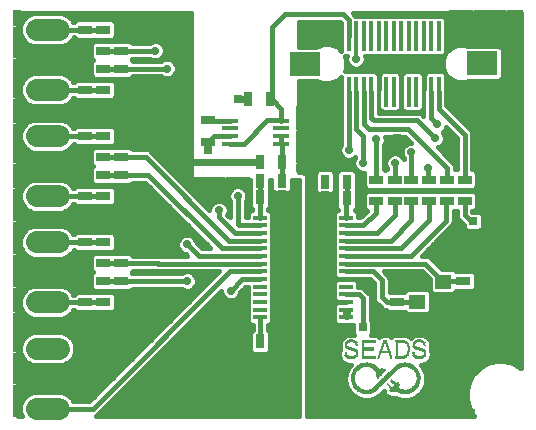
<source format=gtl>
G75*
%MOIN*%
%OFA0B0*%
%FSLAX24Y24*%
%IPPOS*%
%LPD*%
%AMOC8*
5,1,8,0,0,1.08239X$1,22.5*
%
%ADD10R,0.0069X0.0011*%
%ADD11R,0.0080X0.0011*%
%ADD12R,0.0218X0.0011*%
%ADD13R,0.0310X0.0011*%
%ADD14R,0.0380X0.0011*%
%ADD15R,0.0425X0.0012*%
%ADD16R,0.0471X0.0011*%
%ADD17R,0.0517X0.0011*%
%ADD18R,0.0092X0.0011*%
%ADD19R,0.0563X0.0011*%
%ADD20R,0.0161X0.0011*%
%ADD21R,0.0586X0.0011*%
%ADD22R,0.0782X0.0011*%
%ADD23R,0.0816X0.0012*%
%ADD24R,0.0655X0.0011*%
%ADD25R,0.0851X0.0011*%
%ADD26R,0.0678X0.0011*%
%ADD27R,0.0862X0.0011*%
%ADD28R,0.0288X0.0011*%
%ADD29R,0.0448X0.0011*%
%ADD30R,0.0241X0.0011*%
%ADD31R,0.0253X0.0011*%
%ADD32R,0.0391X0.0011*%
%ADD33R,0.0230X0.0012*%
%ADD34R,0.0345X0.0012*%
%ADD35R,0.0207X0.0011*%
%ADD36R,0.0207X0.0011*%
%ADD37R,0.0299X0.0011*%
%ADD38R,0.0195X0.0011*%
%ADD39R,0.0184X0.0011*%
%ADD40R,0.0173X0.0012*%
%ADD41R,0.0195X0.0012*%
%ADD42R,0.0322X0.0012*%
%ADD43R,0.0184X0.0012*%
%ADD44R,0.0173X0.0011*%
%ADD45R,0.0230X0.0011*%
%ADD46R,0.0184X0.0011*%
%ADD47R,0.0092X0.0011*%
%ADD48R,0.0161X0.0012*%
%ADD49R,0.0092X0.0012*%
%ADD50R,0.0149X0.0011*%
%ADD51R,0.0150X0.0011*%
%ADD52R,0.0069X0.0011*%
%ADD53R,0.0046X0.0011*%
%ADD54R,0.0149X0.0012*%
%ADD55R,0.0023X0.0012*%
%ADD56R,0.0138X0.0012*%
%ADD57R,0.0138X0.0011*%
%ADD58R,0.0103X0.0011*%
%ADD59R,0.0057X0.0011*%
%ADD60R,0.0035X0.0011*%
%ADD61R,0.0103X0.0012*%
%ADD62R,0.0011X0.0012*%
%ADD63R,0.0127X0.0012*%
%ADD64R,0.0057X0.0012*%
%ADD65R,0.0127X0.0011*%
%ADD66R,0.0011X0.0011*%
%ADD67R,0.0023X0.0011*%
%ADD68R,0.0092X0.0012*%
%ADD69R,0.0115X0.0011*%
%ADD70R,0.0126X0.0011*%
%ADD71R,0.0126X0.0012*%
%ADD72R,0.0265X0.0011*%
%ADD73R,0.0150X0.0012*%
%ADD74R,0.0276X0.0012*%
%ADD75R,0.0322X0.0011*%
%ADD76R,0.0345X0.0011*%
%ADD77R,0.0368X0.0011*%
%ADD78R,0.0368X0.0012*%
%ADD79R,0.0379X0.0011*%
%ADD80R,0.0207X0.0012*%
%ADD81R,0.0207X0.0012*%
%ADD82R,0.0678X0.0012*%
%ADD83R,0.0621X0.0011*%
%ADD84R,0.0552X0.0011*%
%ADD85R,0.0552X0.0011*%
%ADD86R,0.0517X0.0012*%
%ADD87R,0.0425X0.0011*%
%ADD88R,0.0218X0.0012*%
%ADD89R,0.0437X0.0011*%
%ADD90R,0.0437X0.0012*%
%ADD91R,0.0080X0.0012*%
%ADD92R,0.0333X0.0012*%
%ADD93R,0.0356X0.0011*%
%ADD94R,0.0403X0.0011*%
%ADD95R,0.0115X0.0012*%
%ADD96R,0.0069X0.0012*%
%ADD97R,0.0391X0.0012*%
%ADD98R,0.0264X0.0011*%
%ADD99R,0.0288X0.0012*%
%ADD100R,0.0403X0.0012*%
%ADD101R,0.0299X0.0011*%
%ADD102R,0.0276X0.0011*%
%ADD103R,0.0069X0.0012*%
%ADD104R,0.0414X0.0011*%
%ADD105R,0.0333X0.0011*%
%ADD106R,0.0322X0.0011*%
%ADD107R,0.0454X0.0157*%
%ADD108R,0.0315X0.0472*%
%ADD109R,0.0472X0.0315*%
%ADD110C,0.0740*%
%ADD111R,0.0540X0.0180*%
%ADD112R,0.0551X0.0472*%
%ADD113R,0.0138X0.0984*%
%ADD114R,0.0984X0.0787*%
%ADD115C,0.0160*%
%ADD116C,0.0280*%
%ADD117R,0.0280X0.0280*%
%ADD118C,0.0240*%
%ADD119C,0.0120*%
%ADD120C,0.0010*%
D10*
X011922Y002744D03*
X012290Y003009D03*
X013187Y003043D03*
X013279Y003055D03*
X013302Y002986D03*
X013313Y002951D03*
X013325Y002917D03*
X014187Y002744D03*
X014187Y002710D03*
X012612Y001364D03*
D11*
X012997Y001916D03*
X013480Y001801D03*
X013653Y001721D03*
X013906Y001364D03*
X013009Y002549D03*
X013020Y002572D03*
X013020Y002583D03*
X013032Y002606D03*
X013043Y002641D03*
X013043Y002652D03*
X013055Y002664D03*
X013055Y002687D03*
X013066Y002698D03*
X013066Y002710D03*
X013101Y002802D03*
X013101Y002813D03*
X013112Y002825D03*
X013112Y002836D03*
X013124Y002859D03*
X013124Y002871D03*
X013124Y002882D03*
X013135Y002894D03*
X013147Y002917D03*
X013147Y002928D03*
X013147Y002940D03*
X013158Y002951D03*
X013158Y002974D03*
X013170Y002986D03*
X013170Y002997D03*
X013170Y003009D03*
X013181Y003032D03*
X013193Y003055D03*
X013285Y003043D03*
X013285Y003032D03*
X013296Y003009D03*
X013296Y002997D03*
X013308Y002974D03*
X013319Y002940D03*
X013319Y002928D03*
X013331Y002894D03*
X013342Y002882D03*
X013342Y002871D03*
X013342Y002859D03*
X013354Y002836D03*
X013354Y002825D03*
X013365Y002813D03*
X013365Y002802D03*
X013388Y002721D03*
X013400Y002710D03*
X013400Y002698D03*
X013400Y002687D03*
X013411Y002664D03*
X013423Y002641D03*
X013423Y002629D03*
X013434Y002606D03*
X013434Y002595D03*
X013446Y002572D03*
X013618Y002629D03*
X013618Y002641D03*
X013618Y002652D03*
X013618Y002664D03*
X013618Y002687D03*
X013618Y002698D03*
X013618Y002710D03*
X013618Y002721D03*
X013618Y002744D03*
X013618Y002756D03*
X013618Y002767D03*
X013618Y002779D03*
X013618Y002802D03*
X013618Y002813D03*
X013618Y002825D03*
X013618Y002836D03*
X013618Y002859D03*
X013618Y002871D03*
X013618Y002882D03*
X013618Y002894D03*
X013618Y002917D03*
X013618Y002928D03*
X013618Y002940D03*
X013618Y002951D03*
X013618Y002974D03*
X013618Y002986D03*
X013618Y002997D03*
X013618Y003009D03*
X013618Y003032D03*
X013618Y003043D03*
X013618Y003055D03*
X013618Y003066D03*
X013998Y002997D03*
X014009Y002974D03*
X014021Y002928D03*
X014021Y002917D03*
X014021Y002894D03*
X014021Y002882D03*
X014021Y002871D03*
X014021Y002859D03*
X014021Y002836D03*
X014021Y002825D03*
X014021Y002813D03*
X014021Y002802D03*
X014021Y002779D03*
X014009Y002756D03*
X014009Y002744D03*
X013998Y002721D03*
X013998Y002710D03*
X013986Y002687D03*
X014182Y002721D03*
X014193Y002698D03*
X014193Y002687D03*
X014205Y002986D03*
X014205Y002997D03*
X014205Y003009D03*
X014216Y003032D03*
X014216Y003043D03*
X014538Y003055D03*
X014550Y003032D03*
X014550Y003009D03*
X014550Y002997D03*
X014561Y002756D03*
X014561Y002744D03*
X014561Y002687D03*
X014561Y002664D03*
X013239Y003158D03*
X012514Y003066D03*
X012514Y003055D03*
X012514Y003043D03*
X012514Y003032D03*
X012514Y003009D03*
X012514Y002997D03*
X012514Y002986D03*
X012514Y002974D03*
X012514Y002951D03*
X012514Y002940D03*
X012514Y002928D03*
X012514Y002917D03*
X012514Y002813D03*
X012514Y002802D03*
X012514Y002779D03*
X012514Y002767D03*
X012514Y002756D03*
X012514Y002744D03*
X012514Y002721D03*
X012514Y002710D03*
X012514Y002698D03*
X012514Y002687D03*
X012514Y002664D03*
X012514Y002652D03*
X012514Y002641D03*
X012514Y002629D03*
X012307Y002687D03*
X012307Y002698D03*
X012307Y002710D03*
X012307Y002721D03*
X012296Y002664D03*
X012296Y002986D03*
X012296Y002997D03*
X012284Y003032D03*
X011951Y003032D03*
X011951Y003043D03*
X011951Y003009D03*
X011928Y002721D03*
X011928Y002710D03*
X011928Y002698D03*
X011928Y002687D03*
X011939Y002664D03*
D12*
X012043Y002894D03*
X012342Y002227D03*
X012894Y002227D03*
X013043Y002031D03*
X012894Y001537D03*
X012618Y001376D03*
X012342Y001537D03*
X013607Y001606D03*
X013906Y001376D03*
X014182Y001537D03*
X014182Y002227D03*
X014377Y002549D03*
X014308Y002894D03*
X013630Y002227D03*
D13*
X013906Y002376D03*
X014377Y002572D03*
X014377Y003124D03*
X013549Y001571D03*
X013584Y001537D03*
X013906Y001387D03*
X012618Y001387D03*
D14*
X012618Y001399D03*
X013906Y001399D03*
X013768Y002583D03*
X013768Y003112D03*
D15*
X013906Y001410D03*
X012618Y001410D03*
D16*
X012618Y001422D03*
X012618Y002342D03*
X013906Y002342D03*
X013906Y001422D03*
D17*
X013906Y001433D03*
X012618Y001433D03*
D18*
X013348Y001663D03*
X013359Y001652D03*
X013394Y001617D03*
X013405Y001606D03*
X013417Y001594D03*
X013520Y001433D03*
X013451Y002549D03*
X013417Y002652D03*
X013072Y002721D03*
X013233Y003147D03*
X013980Y003032D03*
X013992Y003009D03*
X014210Y002974D03*
X014222Y003055D03*
X014544Y003043D03*
X014555Y002767D03*
X014567Y002721D03*
X014567Y002710D03*
X014567Y002698D03*
X014555Y002652D03*
X014544Y002641D03*
X014210Y002652D03*
X014199Y002664D03*
X013992Y002698D03*
X013969Y002664D03*
X012301Y002744D03*
X012301Y002756D03*
X012267Y003066D03*
X011968Y003066D03*
X011956Y003055D03*
X011956Y002951D03*
D19*
X012618Y001445D03*
X013906Y001445D03*
D20*
X013624Y001675D03*
X013520Y001445D03*
X013014Y001974D03*
X012255Y002146D03*
X012244Y002135D03*
X012232Y002123D03*
X012232Y002112D03*
X012221Y001663D03*
X012232Y001652D03*
X012244Y001629D03*
X012255Y001617D03*
X012232Y002606D03*
X012002Y002606D03*
X013233Y003066D03*
X014268Y002606D03*
X014268Y002146D03*
X014279Y002135D03*
X014279Y002123D03*
X014291Y002112D03*
X014302Y002089D03*
X014291Y001652D03*
X014279Y001629D03*
X014268Y001617D03*
D21*
X013906Y002307D03*
X012618Y002307D03*
X012618Y001456D03*
D22*
X013808Y001456D03*
D23*
X013802Y001468D03*
D24*
X013906Y002284D03*
X012618Y002284D03*
X012618Y001479D03*
D25*
X013808Y001479D03*
D26*
X012618Y001491D03*
D27*
X013814Y001491D03*
D28*
X014113Y001502D03*
X013699Y002261D03*
X012825Y001502D03*
X012411Y001502D03*
X012411Y002261D03*
X012123Y002859D03*
X012100Y002871D03*
D29*
X013618Y001502D03*
D30*
X013066Y002066D03*
X012376Y001514D03*
X014377Y003147D03*
D31*
X014337Y002882D03*
X014141Y002250D03*
X013670Y002250D03*
X013072Y002077D03*
X012853Y002250D03*
X012382Y002250D03*
X012853Y001514D03*
X014141Y001514D03*
X012071Y002882D03*
X012117Y003147D03*
D32*
X013233Y002744D03*
X013773Y002595D03*
X013773Y003101D03*
X013601Y001514D03*
D33*
X014164Y001525D03*
X013049Y002043D03*
X012876Y001525D03*
X012359Y001525D03*
D34*
X013589Y001525D03*
X013233Y002790D03*
X013750Y003135D03*
D35*
X014199Y001548D03*
X012324Y001548D03*
D36*
X012911Y001548D03*
X013037Y002020D03*
X012922Y002204D03*
X013612Y001617D03*
D37*
X013555Y001560D03*
X013566Y001548D03*
X013083Y002112D03*
X012819Y002261D03*
X012612Y002376D03*
X013727Y002549D03*
X014107Y002261D03*
D38*
X014216Y002204D03*
X013595Y002204D03*
X013584Y002192D03*
X013457Y002077D03*
X013446Y002066D03*
X013434Y002054D03*
X013411Y002031D03*
X013400Y002020D03*
X013388Y002008D03*
X013377Y001997D03*
X013354Y001974D03*
X013342Y001962D03*
X013331Y001951D03*
X013319Y001939D03*
X013296Y001916D03*
X013285Y001905D03*
X013273Y001893D03*
X013262Y001882D03*
X013239Y001859D03*
X013227Y001847D03*
X013216Y001836D03*
X013204Y001824D03*
X013181Y001801D03*
X012940Y001571D03*
X012928Y001560D03*
X013032Y002008D03*
X012940Y002192D03*
X012307Y002204D03*
X012296Y002192D03*
X012296Y001571D03*
X012307Y001560D03*
X013618Y001629D03*
X014216Y001560D03*
X014377Y003158D03*
X012112Y003158D03*
D39*
X012232Y002813D03*
X013026Y001997D03*
X013164Y001790D03*
X013152Y001778D03*
X013141Y001767D03*
X013106Y001732D03*
X013095Y001721D03*
X013083Y001709D03*
X013049Y001675D03*
X013037Y001663D03*
X013026Y001652D03*
X012991Y001617D03*
X012980Y001606D03*
X012968Y001594D03*
X013601Y001709D03*
X013474Y002089D03*
X013497Y002112D03*
X013509Y002123D03*
X013532Y002146D03*
X013555Y002169D03*
X013566Y002181D03*
X014222Y002192D03*
X014233Y002181D03*
X014222Y001571D03*
D40*
X013607Y001698D03*
X013020Y001985D03*
X012261Y002158D03*
X012284Y001583D03*
D41*
X012951Y001583D03*
X013193Y001813D03*
X013250Y001870D03*
X013308Y001928D03*
X013365Y001985D03*
X013423Y002043D03*
D42*
X013543Y001583D03*
D43*
X013624Y001640D03*
X013129Y001755D03*
X013072Y001698D03*
X013014Y001640D03*
X013486Y002100D03*
X013543Y002158D03*
X014233Y001583D03*
X014279Y002905D03*
X012014Y002905D03*
D44*
X012284Y002181D03*
X012273Y002169D03*
X012261Y001606D03*
X012273Y001594D03*
X013618Y001686D03*
X013630Y001652D03*
X014251Y001594D03*
X014262Y001606D03*
X014251Y002169D03*
X014492Y002606D03*
X014492Y002813D03*
D45*
X014463Y002825D03*
X014164Y002238D03*
X013647Y002238D03*
X013060Y002054D03*
X012876Y002238D03*
X012359Y002238D03*
X012117Y002549D03*
X012198Y002825D03*
X013601Y001594D03*
D46*
X013118Y001744D03*
X013060Y001686D03*
X013003Y001629D03*
X013520Y002135D03*
D47*
X013440Y002583D03*
X013037Y002629D03*
X013026Y002595D03*
X012290Y002652D03*
X012290Y002767D03*
X012278Y003043D03*
X012278Y003055D03*
X011945Y002997D03*
X011945Y002986D03*
X011945Y002974D03*
X011945Y002652D03*
X013382Y001629D03*
X014015Y002767D03*
X014015Y002940D03*
X014015Y002951D03*
X014003Y002986D03*
X014233Y003066D03*
X014532Y003066D03*
D48*
X013911Y002618D03*
X014256Y002158D03*
X014279Y001640D03*
X012232Y001640D03*
D49*
X013371Y001640D03*
X013428Y002618D03*
X011933Y002675D03*
D50*
X012204Y002066D03*
X012192Y002031D03*
X013630Y001663D03*
X014320Y001709D03*
X014320Y002054D03*
X014377Y002537D03*
D51*
X014251Y002917D03*
X014308Y002077D03*
X014308Y001686D03*
X014308Y001675D03*
X014297Y001663D03*
X012215Y001675D03*
X012215Y001686D03*
X012215Y002077D03*
X012215Y002089D03*
X012112Y002537D03*
X011997Y002917D03*
D52*
X013348Y001675D03*
X014555Y002986D03*
D53*
X013348Y001686D03*
X012991Y001893D03*
D54*
X012204Y001698D03*
X013239Y003078D03*
D55*
X013348Y001698D03*
D56*
X014314Y001698D03*
X014337Y001755D03*
X014348Y001813D03*
X014325Y002043D03*
X012198Y002043D03*
X012175Y001985D03*
X012163Y001928D03*
X012163Y001870D03*
X012186Y001755D03*
D57*
X012186Y001744D03*
X012186Y001732D03*
X012198Y001721D03*
X012198Y001709D03*
X012175Y001767D03*
X012175Y001778D03*
X012175Y001790D03*
X012175Y001801D03*
X012163Y001836D03*
X012163Y001847D03*
X012163Y001859D03*
X012163Y001882D03*
X012163Y001893D03*
X012163Y001905D03*
X012163Y001916D03*
X012175Y001962D03*
X012175Y001974D03*
X012175Y001997D03*
X012186Y002008D03*
X012186Y002020D03*
X012198Y002054D03*
X013014Y001962D03*
X013129Y002192D03*
X012255Y002802D03*
X013233Y003089D03*
X013233Y003101D03*
X014521Y002802D03*
X014314Y002066D03*
X014325Y002031D03*
X014337Y002020D03*
X014337Y002008D03*
X014337Y001997D03*
X014348Y001974D03*
X014348Y001962D03*
X014348Y001951D03*
X014348Y001939D03*
X014348Y001824D03*
X014348Y001801D03*
X014348Y001790D03*
X014348Y001778D03*
X014337Y001767D03*
X014337Y001744D03*
X014325Y001732D03*
X014325Y001721D03*
D58*
X013549Y001721D03*
X013538Y001732D03*
X013526Y001744D03*
X013503Y001767D03*
X013492Y001778D03*
X013480Y001790D03*
X013952Y002641D03*
X013963Y002652D03*
X014216Y002641D03*
X014228Y002629D03*
X014538Y002629D03*
X014550Y002779D03*
X014228Y002940D03*
X014216Y002951D03*
X014251Y003089D03*
X013975Y003043D03*
X013963Y003055D03*
X012284Y002779D03*
X012284Y002641D03*
X012273Y002629D03*
X011962Y002629D03*
X011951Y002641D03*
X011962Y002940D03*
D59*
X013135Y002204D03*
X012997Y001905D03*
X013653Y001732D03*
D60*
X013653Y001744D03*
X013480Y001824D03*
X013906Y002399D03*
X012618Y002399D03*
D61*
X012261Y003078D03*
X011974Y003078D03*
X013515Y001755D03*
X014239Y003078D03*
D62*
X013653Y001755D03*
D63*
X014354Y001870D03*
X014354Y001928D03*
X014239Y002618D03*
X012169Y001813D03*
D64*
X013480Y001813D03*
D65*
X014354Y001836D03*
X014354Y001847D03*
X014354Y001859D03*
X014354Y001882D03*
X014354Y001893D03*
X014354Y001905D03*
X014354Y001916D03*
X012169Y001939D03*
X012169Y001951D03*
X012169Y001824D03*
X012112Y003170D03*
D66*
X013480Y001836D03*
D67*
X012991Y001882D03*
D68*
X013003Y001928D03*
X013014Y002560D03*
X013980Y002675D03*
X014210Y002963D03*
X013992Y003020D03*
X014567Y002733D03*
D69*
X014233Y002928D03*
X013946Y003066D03*
X013233Y003124D03*
X012244Y003089D03*
X011991Y003089D03*
X013003Y001939D03*
D70*
X013009Y001951D03*
X013940Y002629D03*
X014504Y003089D03*
X014377Y003170D03*
X013239Y003112D03*
X011974Y002928D03*
D71*
X012261Y002618D03*
X013929Y003078D03*
X014343Y001985D03*
D72*
X013078Y002089D03*
X012169Y002836D03*
X013710Y003158D03*
D73*
X014297Y002100D03*
X012227Y002100D03*
D74*
X012117Y002560D03*
X013083Y002100D03*
X014383Y002560D03*
X014406Y002848D03*
D75*
X013083Y002123D03*
X012117Y002572D03*
X012117Y003124D03*
D76*
X012117Y003112D03*
X012117Y002583D03*
X013083Y002135D03*
X014383Y002583D03*
D77*
X014383Y002595D03*
X013900Y002365D03*
X013233Y002767D03*
X013233Y002779D03*
X013762Y003124D03*
X013037Y002181D03*
X013083Y002146D03*
X012612Y002365D03*
X012117Y002595D03*
D78*
X013072Y002158D03*
D79*
X013055Y002169D03*
X013227Y002756D03*
D80*
X012324Y002215D03*
X014199Y002215D03*
D81*
X013612Y002215D03*
X012911Y002215D03*
D82*
X012618Y002273D03*
X013906Y002273D03*
D83*
X013900Y002296D03*
X012612Y002296D03*
D84*
X012612Y002319D03*
D85*
X013900Y002319D03*
D86*
X013906Y002330D03*
X012618Y002330D03*
D87*
X012618Y002353D03*
X012687Y003158D03*
X013906Y002353D03*
D88*
X013906Y002388D03*
X012618Y002388D03*
D89*
X012692Y002549D03*
X012692Y002572D03*
X012692Y002583D03*
X012692Y002595D03*
X012692Y002606D03*
X012692Y003089D03*
X012692Y003101D03*
X012692Y003112D03*
X012692Y003124D03*
X012692Y003147D03*
D90*
X012692Y003135D03*
X012692Y002560D03*
D91*
X012514Y002618D03*
X012514Y002675D03*
X012514Y002733D03*
X012514Y002790D03*
X012514Y002905D03*
X012514Y002963D03*
X012514Y003020D03*
X012514Y003078D03*
X012284Y003020D03*
X012307Y002733D03*
X012296Y002675D03*
X011951Y002963D03*
X011951Y003020D03*
X013032Y002618D03*
X013055Y002675D03*
X013112Y002848D03*
X013135Y002905D03*
X013158Y002963D03*
X013181Y003020D03*
X013308Y002963D03*
X013331Y002905D03*
X013354Y002848D03*
X013411Y002675D03*
X013446Y002560D03*
X013618Y002618D03*
X013618Y002675D03*
X013618Y002733D03*
X013618Y002790D03*
X013618Y002848D03*
X013618Y002905D03*
X013618Y002963D03*
X013618Y003020D03*
X013618Y003078D03*
X014009Y002963D03*
X014021Y002905D03*
X014021Y002848D03*
X014021Y002790D03*
X014009Y002733D03*
X014182Y002733D03*
X014193Y002675D03*
X014561Y002675D03*
X014550Y003020D03*
X014205Y003020D03*
D92*
X013745Y002560D03*
D93*
X013756Y002572D03*
X014377Y003101D03*
X012123Y003101D03*
D94*
X012675Y002894D03*
X012675Y002882D03*
X012675Y002871D03*
X012675Y002859D03*
X012675Y002836D03*
X012675Y002825D03*
X013779Y002606D03*
D95*
X013233Y003135D03*
X012278Y002790D03*
X011979Y002618D03*
X014521Y002618D03*
X014532Y002790D03*
X014521Y003078D03*
D96*
X011922Y002733D03*
D97*
X013233Y002733D03*
D98*
X014435Y002836D03*
D99*
X014377Y003135D03*
X012146Y002848D03*
X012112Y003135D03*
D100*
X012675Y002848D03*
D101*
X014383Y002859D03*
D102*
X014360Y002871D03*
D103*
X013290Y003020D03*
D104*
X013785Y003089D03*
D105*
X014377Y003112D03*
D106*
X013739Y003147D03*
D107*
X011940Y003930D03*
X011940Y004186D03*
X011940Y004442D03*
X011940Y004698D03*
X011940Y004954D03*
X011940Y005210D03*
X011940Y005465D03*
X011940Y005721D03*
X011940Y005977D03*
X011940Y006233D03*
X011940Y006489D03*
X011940Y006745D03*
X011940Y007001D03*
X011940Y007257D03*
X009066Y007257D03*
X009066Y007001D03*
X009066Y006745D03*
X009066Y006489D03*
X009066Y006233D03*
X009066Y005977D03*
X009066Y005721D03*
X009066Y005465D03*
X009066Y005210D03*
X009066Y004954D03*
X009066Y004698D03*
X009066Y004442D03*
X009066Y004186D03*
X009066Y003930D03*
D108*
X009078Y003133D03*
X009786Y003133D03*
X010141Y001834D03*
X010849Y001834D03*
X011243Y007897D03*
X011243Y008448D03*
X011952Y008448D03*
X011952Y007897D03*
X009786Y007936D03*
X009786Y008487D03*
X009786Y009117D03*
X009078Y009117D03*
X009078Y008487D03*
X009078Y007936D03*
X009393Y011204D03*
X008684Y011204D03*
D109*
X007345Y010495D03*
X007345Y009786D03*
X004432Y009983D03*
X003841Y009983D03*
X003251Y009983D03*
X003251Y009274D03*
X003841Y009274D03*
X003841Y008684D03*
X003251Y008684D03*
X003251Y007975D03*
X003841Y007975D03*
X004432Y007975D03*
X004432Y008684D03*
X004432Y009274D03*
X004432Y011519D03*
X003841Y011519D03*
X003251Y011519D03*
X003251Y012227D03*
X003841Y012227D03*
X003841Y012818D03*
X003251Y012818D03*
X003251Y013526D03*
X003841Y013526D03*
X004432Y013526D03*
X004432Y012818D03*
X004432Y012227D03*
X004432Y006440D03*
X003841Y006440D03*
X003251Y006440D03*
X003251Y005731D03*
X003251Y005141D03*
X003841Y005141D03*
X003841Y005731D03*
X004432Y005731D03*
X004432Y005141D03*
X004432Y004432D03*
X003841Y004432D03*
X003251Y004432D03*
X012936Y007818D03*
X013566Y007818D03*
X014117Y007818D03*
X014708Y007818D03*
X015298Y007818D03*
X015889Y007818D03*
X015889Y008526D03*
X015298Y008526D03*
X014708Y008526D03*
X014117Y008526D03*
X013566Y008526D03*
X012936Y008526D03*
X013641Y005157D03*
X013641Y004449D03*
X015849Y004426D03*
X015849Y005134D03*
D110*
X002361Y005432D02*
X001621Y005432D01*
X001621Y004432D02*
X002361Y004432D01*
X002361Y002889D02*
X001621Y002889D01*
X001621Y001889D02*
X002361Y001889D01*
X002361Y000889D02*
X001621Y000889D01*
X001621Y006432D02*
X002361Y006432D01*
X002361Y007975D02*
X001621Y007975D01*
X001621Y008975D02*
X002361Y008975D01*
X002361Y009975D02*
X001621Y009975D01*
X001621Y011519D02*
X002361Y011519D01*
X002361Y012519D02*
X001621Y012519D01*
X001621Y013519D02*
X002361Y013519D01*
D111*
X008060Y010481D03*
X008060Y010231D03*
X008060Y009971D03*
X008060Y009721D03*
X009780Y009721D03*
X009780Y009971D03*
X009780Y010231D03*
X009780Y010481D03*
D112*
X014312Y005126D03*
X014312Y004457D03*
X015178Y004457D03*
X015178Y005126D03*
D113*
X015276Y011460D03*
X015026Y011460D03*
X014776Y011460D03*
X014526Y011460D03*
X014276Y011460D03*
X014026Y011460D03*
X013776Y011460D03*
X013526Y011460D03*
X013276Y011460D03*
X013026Y011460D03*
X012776Y011460D03*
X012526Y011460D03*
X012276Y011460D03*
X012026Y011460D03*
X011776Y011460D03*
X011776Y013310D03*
X012026Y013310D03*
X012276Y013310D03*
X012526Y013310D03*
X012776Y013310D03*
X013026Y013310D03*
X013276Y013310D03*
X013526Y013310D03*
X013776Y013310D03*
X014026Y013310D03*
X014276Y013310D03*
X014526Y013310D03*
X014776Y013310D03*
X015026Y013310D03*
X015276Y013310D03*
D114*
X016484Y012395D03*
X010569Y012385D03*
D115*
X001014Y014070D02*
X001014Y000660D01*
X001120Y000660D01*
X001071Y000779D01*
X001071Y000998D01*
X001155Y001200D01*
X001309Y001355D01*
X001512Y001439D01*
X002470Y001439D01*
X002673Y001355D01*
X002827Y001200D01*
X002849Y001149D01*
X003379Y001149D01*
X007692Y005461D01*
X005611Y005461D01*
X005587Y005471D01*
X004820Y005471D01*
X004785Y005436D01*
X004820Y005401D01*
X006444Y005401D01*
X006455Y005412D01*
X006573Y005461D01*
X006700Y005461D01*
X006818Y005412D01*
X006908Y005322D01*
X006957Y005204D01*
X006957Y005077D01*
X006908Y004959D01*
X006818Y004869D01*
X006700Y004821D01*
X006573Y004821D01*
X006455Y004869D01*
X006444Y004881D01*
X004820Y004881D01*
X004743Y004803D01*
X003531Y004803D01*
X003425Y004909D01*
X003425Y005373D01*
X003488Y005436D01*
X003425Y005499D01*
X003425Y005963D01*
X003531Y006069D01*
X004743Y006069D01*
X004820Y005991D01*
X005704Y005991D01*
X005728Y005981D01*
X006649Y005981D01*
X006589Y006041D01*
X006573Y006041D01*
X006455Y006090D01*
X006365Y006180D01*
X006317Y006297D01*
X006317Y006425D01*
X006365Y006542D01*
X006455Y006632D01*
X006573Y006681D01*
X006700Y006681D01*
X006818Y006632D01*
X006908Y006542D01*
X006957Y006425D01*
X006957Y006409D01*
X007128Y006237D01*
X007416Y006237D01*
X005230Y008424D01*
X004820Y008424D01*
X004743Y008346D01*
X003531Y008346D01*
X003425Y008452D01*
X003425Y008916D01*
X003488Y008979D01*
X003425Y009042D01*
X003425Y009507D01*
X003531Y009612D01*
X004743Y009612D01*
X004820Y009534D01*
X005310Y009534D01*
X005406Y009495D01*
X005479Y009422D01*
X007380Y007521D01*
X007380Y007566D01*
X007428Y007684D01*
X007518Y007774D01*
X007636Y007823D01*
X007763Y007823D01*
X007881Y007774D01*
X007971Y007684D01*
X008020Y007566D01*
X008020Y007439D01*
X007983Y007351D01*
X008070Y007264D01*
X008070Y007783D01*
X008058Y007794D01*
X008010Y007912D01*
X008010Y008039D01*
X008058Y008157D01*
X008148Y008247D01*
X008266Y008295D01*
X008393Y008295D01*
X008511Y008247D01*
X008601Y008157D01*
X008650Y008039D01*
X008650Y007912D01*
X008601Y007794D01*
X008590Y007783D01*
X008590Y007261D01*
X008659Y007261D01*
X008659Y007410D01*
X008764Y007516D01*
X008806Y007516D01*
X008806Y007559D01*
X008740Y007625D01*
X008740Y008526D01*
X006755Y008526D01*
X006755Y014070D01*
X001014Y014070D01*
X001014Y013970D02*
X001294Y013970D01*
X001309Y013985D02*
X001155Y013830D01*
X001071Y013628D01*
X001071Y013409D01*
X001155Y013207D01*
X001309Y013052D01*
X001512Y012969D01*
X002470Y012969D01*
X002673Y013052D01*
X002827Y013207D01*
X002852Y013266D01*
X002863Y013266D01*
X002940Y013189D01*
X004152Y013189D01*
X004258Y013294D01*
X004258Y013758D01*
X004152Y013864D01*
X002940Y013864D01*
X002863Y013786D01*
X002845Y013786D01*
X002827Y013830D01*
X002673Y013985D01*
X002470Y014069D01*
X001512Y014069D01*
X001309Y013985D01*
X001147Y013811D02*
X001014Y013811D01*
X001014Y013653D02*
X001081Y013653D01*
X001071Y013494D02*
X001014Y013494D01*
X000967Y013487D02*
X000967Y013251D01*
X001014Y013177D02*
X001185Y013177D01*
X001102Y013336D02*
X001014Y013336D01*
X001014Y013019D02*
X001391Y013019D01*
X001014Y012860D02*
X003425Y012860D01*
X003425Y012702D02*
X001014Y012702D01*
X000967Y012700D02*
X000967Y012975D01*
X001014Y012543D02*
X003468Y012543D01*
X003488Y012523D02*
X003425Y012586D01*
X003425Y013050D01*
X003531Y013155D01*
X004743Y013155D01*
X004820Y013078D01*
X005381Y013078D01*
X005392Y013089D01*
X005510Y013138D01*
X005637Y013138D01*
X005755Y013089D01*
X005845Y012999D01*
X005894Y012881D01*
X005894Y012754D01*
X005845Y012637D01*
X005755Y012547D01*
X005637Y012498D01*
X005510Y012498D01*
X005392Y012547D01*
X005381Y012558D01*
X004820Y012558D01*
X004785Y012523D01*
X004820Y012487D01*
X005775Y012487D01*
X005786Y012499D01*
X005904Y012547D01*
X006031Y012547D01*
X006149Y012499D01*
X006239Y012409D01*
X006287Y012291D01*
X006287Y012164D01*
X006239Y012046D01*
X006149Y011956D01*
X006031Y011907D01*
X005904Y011907D01*
X005786Y011956D01*
X005775Y011967D01*
X004820Y011967D01*
X004743Y011890D01*
X003531Y011890D01*
X003425Y011995D01*
X003425Y012459D01*
X003488Y012523D01*
X003425Y012385D02*
X001014Y012385D01*
X000967Y012424D02*
X000967Y012149D01*
X001014Y012226D02*
X003425Y012226D01*
X003425Y012068D02*
X002473Y012068D01*
X002470Y012069D02*
X001512Y012069D01*
X001309Y011985D01*
X001155Y011830D01*
X001071Y011628D01*
X001071Y011409D01*
X001155Y011207D01*
X001309Y011052D01*
X001512Y010969D01*
X002470Y010969D01*
X002673Y011052D01*
X002827Y011207D01*
X002849Y011259D01*
X002863Y011259D01*
X002940Y011181D01*
X004152Y011181D01*
X004258Y011287D01*
X004258Y011751D01*
X004152Y011856D01*
X002940Y011856D01*
X002863Y011779D01*
X002849Y011779D01*
X002827Y011830D01*
X002673Y011985D01*
X002470Y012069D01*
X002748Y011909D02*
X003511Y011909D01*
X003251Y011519D02*
X001991Y011519D01*
X001509Y012068D02*
X001014Y012068D01*
X001014Y011909D02*
X001234Y011909D01*
X001122Y011751D02*
X001014Y011751D01*
X001014Y011592D02*
X001071Y011592D01*
X000967Y011597D02*
X000967Y011361D01*
X000967Y011086D01*
X001014Y011117D02*
X001245Y011117D01*
X001127Y011275D02*
X001014Y011275D01*
X001014Y011434D02*
X001071Y011434D01*
X001014Y010958D02*
X006755Y010958D01*
X006755Y010800D02*
X001014Y010800D01*
X001014Y010641D02*
X006755Y010641D01*
X006755Y010483D02*
X002574Y010483D01*
X002673Y010442D02*
X002470Y010525D01*
X001512Y010525D01*
X001309Y010442D01*
X001155Y010287D01*
X001071Y010085D01*
X001071Y009866D01*
X001155Y009664D01*
X001309Y009509D01*
X001512Y009425D01*
X002470Y009425D01*
X002673Y009509D01*
X002827Y009664D01*
X002852Y009723D01*
X002863Y009723D01*
X002940Y009646D01*
X004152Y009646D01*
X004258Y009751D01*
X004258Y010215D01*
X004152Y010321D01*
X002940Y010321D01*
X002863Y010243D01*
X002845Y010243D01*
X002827Y010287D01*
X002673Y010442D01*
X002790Y010324D02*
X006755Y010324D01*
X006755Y010166D02*
X004258Y010166D01*
X004258Y010007D02*
X006755Y010007D01*
X006755Y009849D02*
X004258Y009849D01*
X004197Y009690D02*
X006755Y009690D01*
X006755Y009532D02*
X005318Y009532D01*
X005528Y009373D02*
X006755Y009373D01*
X006755Y009215D02*
X005686Y009215D01*
X005845Y009056D02*
X006755Y009056D01*
X006794Y009117D02*
X006400Y009511D01*
X006400Y010574D01*
X006755Y011117D02*
X002737Y011117D01*
X003251Y011519D02*
X003841Y011519D01*
X004258Y011592D02*
X006755Y011592D01*
X006755Y011434D02*
X004258Y011434D01*
X004246Y011275D02*
X006755Y011275D01*
X006755Y011751D02*
X004258Y011751D01*
X004762Y011909D02*
X005899Y011909D01*
X006035Y011909D02*
X006755Y011909D01*
X006755Y012068D02*
X006248Y012068D01*
X006287Y012226D02*
X006755Y012226D01*
X006755Y012385D02*
X006249Y012385D01*
X006041Y012543D02*
X006755Y012543D01*
X006755Y012702D02*
X005872Y012702D01*
X005894Y012860D02*
X006755Y012860D01*
X006755Y013019D02*
X005826Y013019D01*
X005574Y012818D02*
X004432Y012818D01*
X003841Y012818D01*
X003425Y013019D02*
X002591Y013019D01*
X002797Y013177D02*
X006755Y013177D01*
X006755Y013336D02*
X004258Y013336D01*
X004258Y013494D02*
X006755Y013494D01*
X006755Y013653D02*
X004258Y013653D01*
X004205Y013811D02*
X006755Y013811D01*
X006755Y013970D02*
X002688Y013970D01*
X002835Y013811D02*
X002887Y013811D01*
X003251Y013526D02*
X001999Y013526D01*
X001991Y013519D01*
X003251Y013526D02*
X003841Y013526D01*
X004805Y012543D02*
X005401Y012543D01*
X005747Y012543D02*
X005894Y012543D01*
X005967Y012227D02*
X004432Y012227D01*
X003841Y012227D01*
X001408Y010483D02*
X001014Y010483D01*
X001014Y010324D02*
X001192Y010324D01*
X001105Y010166D02*
X001014Y010166D01*
X001014Y010007D02*
X001071Y010007D01*
X000967Y009983D02*
X000967Y009708D01*
X001014Y009690D02*
X001144Y009690D01*
X001078Y009849D02*
X001014Y009849D01*
X001014Y009532D02*
X001287Y009532D01*
X001014Y009373D02*
X003425Y009373D01*
X003425Y009215D02*
X001014Y009215D01*
X001014Y009056D02*
X003425Y009056D01*
X003425Y008898D02*
X001014Y008898D01*
X000967Y008920D02*
X000967Y008645D01*
X001014Y008581D02*
X003425Y008581D01*
X003425Y008739D02*
X001014Y008739D01*
X001014Y008422D02*
X001290Y008422D01*
X001309Y008442D02*
X001155Y008287D01*
X001071Y008085D01*
X001071Y007866D01*
X001155Y007664D01*
X001309Y007509D01*
X001512Y007425D01*
X002470Y007425D01*
X002673Y007509D01*
X002827Y007664D01*
X002849Y007715D01*
X002863Y007715D01*
X002940Y007638D01*
X004152Y007638D01*
X004258Y007743D01*
X004258Y008207D01*
X004152Y008313D01*
X002940Y008313D01*
X002863Y008235D01*
X002849Y008235D01*
X002827Y008287D01*
X002673Y008442D01*
X002470Y008525D01*
X001512Y008525D01*
X001309Y008442D01*
X001145Y008264D02*
X001014Y008264D01*
X000967Y008369D02*
X000967Y008093D01*
X001014Y008105D02*
X001079Y008105D01*
X001071Y007947D02*
X001014Y007947D01*
X000967Y007818D02*
X000967Y007542D01*
X001014Y007471D02*
X001401Y007471D01*
X001189Y007630D02*
X001014Y007630D01*
X001014Y007788D02*
X001103Y007788D01*
X001014Y007313D02*
X006341Y007313D01*
X006183Y007471D02*
X002581Y007471D01*
X002793Y007630D02*
X006024Y007630D01*
X005866Y007788D02*
X004258Y007788D01*
X004258Y007947D02*
X005707Y007947D01*
X005549Y008105D02*
X004258Y008105D01*
X004201Y008264D02*
X005390Y008264D01*
X005232Y008422D02*
X004818Y008422D01*
X004432Y008684D02*
X003841Y008684D01*
X003455Y008422D02*
X002692Y008422D01*
X002837Y008264D02*
X002891Y008264D01*
X003251Y007975D02*
X001991Y007975D01*
X001014Y007154D02*
X006500Y007154D01*
X006658Y006996D02*
X001014Y006996D01*
X001014Y006837D02*
X001248Y006837D01*
X001309Y006898D02*
X001155Y006744D01*
X001071Y006541D01*
X001071Y006323D01*
X001155Y006120D01*
X001309Y005966D01*
X001512Y005882D01*
X002470Y005882D01*
X002673Y005966D01*
X002827Y006120D01*
X002852Y006180D01*
X002863Y006180D01*
X002940Y006102D01*
X004152Y006102D01*
X004258Y006208D01*
X004258Y006672D01*
X004152Y006777D01*
X002940Y006777D01*
X002863Y006700D01*
X002845Y006700D01*
X002827Y006744D01*
X002673Y006898D01*
X002470Y006982D01*
X001512Y006982D01*
X001309Y006898D01*
X001128Y006679D02*
X001014Y006679D01*
X001014Y006520D02*
X001071Y006520D01*
X000967Y006440D02*
X000967Y006164D01*
X001014Y006203D02*
X001121Y006203D01*
X001071Y006362D02*
X001014Y006362D01*
X001014Y006045D02*
X001231Y006045D01*
X000967Y005889D02*
X000967Y005613D01*
X001014Y005569D02*
X003425Y005569D01*
X003425Y005728D02*
X001014Y005728D01*
X001014Y005886D02*
X001502Y005886D01*
X001014Y005411D02*
X003463Y005411D01*
X003425Y005252D02*
X001014Y005252D01*
X000967Y005337D02*
X000967Y005062D01*
X001014Y005094D02*
X003425Y005094D01*
X003425Y004935D02*
X002584Y004935D01*
X002673Y004898D02*
X002470Y004982D01*
X001512Y004982D01*
X001309Y004898D01*
X001155Y004744D01*
X001071Y004541D01*
X001071Y004323D01*
X001155Y004120D01*
X001309Y003966D01*
X001512Y003882D01*
X002470Y003882D01*
X002673Y003966D01*
X002827Y004120D01*
X002849Y004172D01*
X002863Y004172D01*
X002940Y004094D01*
X004152Y004094D01*
X004258Y004200D01*
X004258Y004664D01*
X004152Y004769D01*
X002940Y004769D01*
X002863Y004692D01*
X002849Y004692D01*
X002827Y004744D01*
X002673Y004898D01*
X002794Y004777D02*
X007007Y004777D01*
X006884Y004935D02*
X007166Y004935D01*
X007324Y005094D02*
X006957Y005094D01*
X006937Y005252D02*
X007483Y005252D01*
X007641Y005411D02*
X006819Y005411D01*
X006637Y005141D02*
X004432Y005141D01*
X003841Y005141D01*
X003841Y005731D02*
X004432Y005731D01*
X005652Y005731D01*
X005662Y005721D01*
X009066Y005721D01*
X009066Y005465D02*
X008064Y005465D01*
X003487Y000889D01*
X001991Y000889D01*
X001244Y001290D02*
X001014Y001290D01*
X000967Y001282D02*
X000967Y001007D01*
X000967Y000731D01*
X001014Y000814D02*
X001071Y000814D01*
X001071Y000973D02*
X001014Y000973D01*
X001014Y001131D02*
X001126Y001131D01*
X001014Y001448D02*
X003679Y001448D01*
X003837Y001607D02*
X001014Y001607D01*
X001014Y001765D02*
X003996Y001765D01*
X004154Y001924D02*
X001014Y001924D01*
X000967Y001834D02*
X000967Y002109D01*
X001014Y002082D02*
X004313Y002082D01*
X004471Y002241D02*
X001014Y002241D01*
X001014Y002399D02*
X001366Y002399D01*
X001309Y002422D02*
X001512Y002339D01*
X002470Y002339D01*
X002673Y002422D01*
X002827Y002577D01*
X002911Y002779D01*
X002911Y002998D01*
X002827Y003200D01*
X002673Y003355D01*
X002470Y003439D01*
X001512Y003439D01*
X001309Y003355D01*
X001155Y003200D01*
X001071Y002998D01*
X001071Y002779D01*
X001155Y002577D01*
X001309Y002422D01*
X001174Y002558D02*
X001014Y002558D01*
X001014Y002716D02*
X001097Y002716D01*
X001071Y002875D02*
X001014Y002875D01*
X000967Y002897D02*
X000967Y003172D01*
X001014Y003192D02*
X001151Y003192D01*
X001085Y003033D02*
X001014Y003033D01*
X001014Y003350D02*
X001305Y003350D01*
X001014Y003509D02*
X005739Y003509D01*
X005898Y003667D02*
X001014Y003667D01*
X001014Y003826D02*
X006056Y003826D01*
X006215Y003984D02*
X002691Y003984D01*
X002836Y004143D02*
X002892Y004143D01*
X003251Y004432D02*
X001991Y004432D01*
X001398Y004935D02*
X001014Y004935D01*
X000967Y004786D02*
X000967Y004511D01*
X001014Y004460D02*
X001071Y004460D01*
X001080Y004301D02*
X001014Y004301D01*
X000967Y004235D02*
X000967Y003960D01*
X001014Y003984D02*
X001291Y003984D01*
X001146Y004143D02*
X001014Y004143D01*
X001014Y004618D02*
X001103Y004618D01*
X001188Y004777D02*
X001014Y004777D01*
X002480Y005886D02*
X003425Y005886D01*
X003506Y006045D02*
X002751Y006045D01*
X003251Y006440D02*
X001999Y006440D01*
X001991Y006432D01*
X002734Y006837D02*
X006817Y006837D01*
X006707Y006679D02*
X006975Y006679D01*
X006917Y006520D02*
X007134Y006520D01*
X007004Y006362D02*
X007292Y006362D01*
X007021Y005977D02*
X006637Y006361D01*
X006317Y006362D02*
X004258Y006362D01*
X004258Y006520D02*
X006356Y006520D01*
X006567Y006679D02*
X004251Y006679D01*
X003841Y006440D02*
X003251Y006440D01*
X004253Y006203D02*
X006356Y006203D01*
X006565Y006045D02*
X004767Y006045D01*
X004810Y005411D02*
X006454Y005411D01*
X007021Y005977D02*
X009066Y005977D01*
X009066Y006233D02*
X007788Y006233D01*
X005337Y008684D01*
X004432Y008684D01*
X004432Y009274D02*
X003841Y009274D01*
X003450Y009532D02*
X002695Y009532D01*
X002838Y009690D02*
X002896Y009690D01*
X003251Y009983D02*
X001999Y009983D01*
X001991Y009975D01*
X003251Y009983D02*
X003841Y009983D01*
X004432Y009274D02*
X005259Y009274D01*
X008044Y006489D01*
X009066Y006489D01*
X009066Y006745D02*
X008221Y006745D01*
X007700Y007267D01*
X007700Y007503D01*
X007406Y007630D02*
X007271Y007630D01*
X007113Y007788D02*
X007552Y007788D01*
X007847Y007788D02*
X008064Y007788D01*
X008070Y007630D02*
X007994Y007630D01*
X008020Y007471D02*
X008070Y007471D01*
X008070Y007313D02*
X008021Y007313D01*
X008330Y007030D02*
X008359Y007001D01*
X009066Y007001D01*
X009066Y007257D02*
X009066Y007924D01*
X009078Y007936D01*
X009078Y008487D01*
X009415Y008526D02*
X009449Y008526D01*
X009449Y008176D01*
X009554Y008071D01*
X010018Y008071D01*
X010124Y008176D01*
X010124Y008526D01*
X010377Y008526D01*
X010377Y007644D01*
X010372Y007639D01*
X010372Y004178D01*
X010377Y004173D01*
X010377Y003864D01*
X010372Y003859D01*
X010372Y002052D01*
X010377Y002047D01*
X010377Y001502D01*
X010372Y001497D01*
X010372Y000660D01*
X003614Y000660D01*
X003634Y000668D01*
X003708Y000741D01*
X007773Y004807D01*
X007773Y004762D01*
X007822Y004644D01*
X007912Y004554D01*
X008030Y004506D01*
X008157Y004506D01*
X008275Y004554D01*
X008365Y004644D01*
X008413Y004762D01*
X008413Y004778D01*
X008585Y004950D01*
X008659Y004950D01*
X008659Y003777D01*
X008764Y003671D01*
X008818Y003671D01*
X008818Y003521D01*
X008740Y003444D01*
X008740Y002822D01*
X008846Y002717D01*
X009310Y002717D01*
X009415Y002822D01*
X009415Y003444D01*
X009338Y003521D01*
X009338Y003671D01*
X009368Y003671D01*
X009473Y003777D01*
X009473Y007410D01*
X009368Y007516D01*
X009326Y007516D01*
X009326Y007536D01*
X009415Y007625D01*
X009415Y008526D01*
X009415Y008422D02*
X009449Y008422D01*
X009449Y008264D02*
X009415Y008264D01*
X009415Y008105D02*
X009520Y008105D01*
X009415Y007947D02*
X010377Y007947D01*
X010377Y008105D02*
X010052Y008105D01*
X010124Y008264D02*
X010377Y008264D01*
X010377Y008422D02*
X010124Y008422D01*
X009786Y008487D02*
X009786Y009117D01*
X009786Y009715D01*
X009780Y009721D01*
X009780Y009971D01*
X009780Y010481D02*
X009766Y010495D01*
X009314Y010495D01*
X008540Y009721D01*
X008060Y009721D01*
X008060Y009971D02*
X007530Y009971D01*
X007345Y009786D01*
X007359Y010481D02*
X007345Y010495D01*
X007359Y010481D02*
X008060Y010481D01*
X009393Y011204D02*
X009459Y011204D01*
X009780Y010883D01*
X009780Y010481D01*
X010377Y010483D02*
X011766Y010483D01*
X011766Y010641D02*
X010377Y010641D01*
X010377Y010800D02*
X011766Y010800D01*
X011766Y010958D02*
X010377Y010958D01*
X010377Y011117D02*
X011766Y011117D01*
X011766Y011275D02*
X010377Y011275D01*
X010377Y011434D02*
X011766Y011434D01*
X011766Y011511D02*
X011766Y009699D01*
X011759Y009692D01*
X011710Y009574D01*
X011710Y009447D01*
X011759Y009329D01*
X011849Y009239D01*
X011967Y009191D01*
X012094Y009191D01*
X012212Y009239D01*
X012243Y009271D01*
X012243Y009270D01*
X012232Y009259D01*
X012183Y009141D01*
X012183Y009014D01*
X012232Y008896D01*
X012322Y008806D01*
X012439Y008758D01*
X012520Y008758D01*
X012520Y008294D01*
X012625Y008189D01*
X013247Y008189D01*
X013251Y008193D01*
X013255Y008189D01*
X016199Y008189D01*
X016305Y008294D01*
X016305Y008758D01*
X016199Y008864D01*
X016149Y008864D01*
X016149Y010074D01*
X016109Y010170D01*
X015286Y010992D01*
X015286Y011511D01*
X015275Y011538D01*
X015275Y012006D01*
X015421Y011861D01*
X015648Y011767D01*
X015893Y011767D01*
X016024Y011821D01*
X017051Y011821D01*
X017156Y011926D01*
X017156Y012863D01*
X017051Y012968D01*
X015976Y012968D01*
X015893Y013003D01*
X015648Y013003D01*
X015421Y012908D01*
X015275Y012763D01*
X015275Y013877D01*
X015170Y013982D01*
X012248Y013982D01*
X012248Y013982D01*
X012247Y013985D01*
X012212Y014019D01*
X012164Y014070D01*
X017771Y014070D01*
X017771Y002230D01*
X017751Y002249D01*
X017498Y002395D01*
X017216Y002471D01*
X016924Y002471D01*
X016641Y002395D01*
X016388Y002249D01*
X016182Y002043D01*
X016035Y001790D01*
X015960Y001507D01*
X015960Y001215D01*
X016035Y000933D01*
X016182Y000680D01*
X016201Y000660D01*
X010637Y000660D01*
X010637Y008578D01*
X010618Y008623D01*
X010618Y008662D01*
X010513Y008768D01*
X010474Y008768D01*
X010429Y008786D01*
X010377Y008786D01*
X010377Y011811D01*
X010950Y011811D01*
X011152Y011728D01*
X011413Y011728D01*
X011655Y011828D01*
X011778Y011951D01*
X011778Y011538D01*
X011766Y011511D01*
X011778Y011592D02*
X010377Y011592D01*
X010377Y011751D02*
X011096Y011751D01*
X011469Y011751D02*
X011778Y011751D01*
X011778Y011909D02*
X011736Y011909D01*
X011889Y012132D02*
X011940Y012254D01*
X011940Y012515D01*
X011889Y012638D01*
X011960Y012638D01*
X011947Y012606D01*
X011947Y012479D01*
X011995Y012361D01*
X012085Y012271D01*
X012203Y012222D01*
X012330Y012222D01*
X012448Y012271D01*
X012538Y012361D01*
X012587Y012479D01*
X012587Y012606D01*
X012573Y012638D01*
X015170Y012638D01*
X015233Y012701D01*
X015153Y012508D01*
X015153Y012262D01*
X015233Y012069D01*
X015170Y012132D01*
X014633Y012132D01*
X014528Y012026D01*
X014528Y011538D01*
X014525Y011533D01*
X014525Y012026D01*
X014420Y012132D01*
X013883Y012132D01*
X013778Y012026D01*
X013778Y010893D01*
X013883Y010787D01*
X014420Y010787D01*
X014517Y010885D01*
X014517Y010659D01*
X014461Y010715D01*
X014366Y010755D01*
X013036Y010755D01*
X013036Y010884D01*
X013133Y010787D01*
X013670Y010787D01*
X013775Y010893D01*
X013775Y012026D01*
X013670Y012132D01*
X013133Y012132D01*
X013028Y012026D01*
X013028Y011533D01*
X013025Y011538D01*
X013025Y012026D01*
X012920Y012132D01*
X011889Y012132D01*
X011928Y012226D02*
X012194Y012226D01*
X012339Y012226D02*
X015168Y012226D01*
X015153Y012385D02*
X012548Y012385D01*
X012587Y012543D02*
X015167Y012543D01*
X015275Y012860D02*
X015372Y012860D01*
X015275Y013019D02*
X017771Y013019D01*
X017771Y013177D02*
X015275Y013177D01*
X015275Y013336D02*
X017771Y013336D01*
X017771Y013494D02*
X015275Y013494D01*
X015275Y013653D02*
X017771Y013653D01*
X017771Y013811D02*
X015275Y013811D01*
X015182Y013970D02*
X017771Y013970D01*
X017771Y012860D02*
X017156Y012860D01*
X017156Y012702D02*
X017771Y012702D01*
X017771Y012543D02*
X017156Y012543D01*
X017156Y012385D02*
X017771Y012385D01*
X017771Y012226D02*
X017156Y012226D01*
X017156Y012068D02*
X017771Y012068D01*
X017771Y011909D02*
X017139Y011909D01*
X017771Y011751D02*
X015275Y011751D01*
X015275Y011909D02*
X015373Y011909D01*
X015275Y011592D02*
X017771Y011592D01*
X017771Y011434D02*
X015286Y011434D01*
X015286Y011275D02*
X017771Y011275D01*
X017771Y011117D02*
X015286Y011117D01*
X015321Y010958D02*
X017771Y010958D01*
X017771Y010800D02*
X015479Y010800D01*
X015638Y010641D02*
X017771Y010641D01*
X017771Y010483D02*
X015796Y010483D01*
X015955Y010324D02*
X017771Y010324D01*
X017771Y010166D02*
X016111Y010166D01*
X016149Y010007D02*
X017771Y010007D01*
X017771Y009849D02*
X016149Y009849D01*
X016149Y009690D02*
X017771Y009690D01*
X017771Y009532D02*
X016149Y009532D01*
X016149Y009373D02*
X017771Y009373D01*
X017771Y009215D02*
X016149Y009215D01*
X016149Y009056D02*
X017771Y009056D01*
X017771Y008898D02*
X016149Y008898D01*
X016305Y008739D02*
X017771Y008739D01*
X017771Y008581D02*
X016305Y008581D01*
X016305Y008422D02*
X017771Y008422D01*
X017771Y008264D02*
X016274Y008264D01*
X016199Y008155D02*
X016305Y008050D01*
X016305Y007586D01*
X016199Y007480D01*
X016149Y007480D01*
X016149Y007457D01*
X016397Y007457D01*
X016503Y007352D01*
X016503Y006923D01*
X016397Y006818D01*
X015968Y006818D01*
X015863Y006923D01*
X015863Y007003D01*
X015668Y007197D01*
X015629Y007293D01*
X015629Y007480D01*
X015519Y007480D01*
X015519Y007097D01*
X015479Y007001D01*
X015406Y006928D01*
X014459Y005981D01*
X014635Y005981D01*
X014730Y005942D01*
X014803Y005869D01*
X014803Y005869D01*
X015130Y005542D01*
X015528Y005542D01*
X015599Y005472D01*
X016160Y005472D01*
X016265Y005366D01*
X016265Y004902D01*
X016160Y004797D01*
X015615Y004797D01*
X015528Y004710D01*
X014828Y004710D01*
X014723Y004815D01*
X014723Y005214D01*
X014475Y005461D01*
X013212Y005461D01*
X013282Y005391D01*
X013356Y005318D01*
X013395Y005223D01*
X013395Y004786D01*
X013875Y004786D01*
X013962Y004873D01*
X014662Y004873D01*
X014768Y004768D01*
X014768Y004146D01*
X014662Y004041D01*
X013962Y004041D01*
X013891Y004111D01*
X013330Y004111D01*
X013255Y004186D01*
X013244Y004186D01*
X013149Y004226D01*
X013076Y004299D01*
X012915Y004460D01*
X012875Y004556D01*
X012875Y005063D01*
X012733Y005205D01*
X012248Y005205D01*
X012347Y005107D01*
X012347Y004958D01*
X012418Y004958D01*
X012514Y004918D01*
X012650Y004782D01*
X012723Y004709D01*
X012763Y004613D01*
X012763Y003859D01*
X012811Y003810D01*
X012811Y003381D01*
X012774Y003344D01*
X012974Y003344D01*
X013049Y003269D01*
X013101Y003321D01*
X013101Y003321D01*
X013112Y003333D01*
X013112Y003333D01*
X013124Y003344D01*
X013353Y003344D01*
X013428Y003269D01*
X013503Y003344D01*
X013917Y003344D01*
X013928Y003333D01*
X013974Y003333D01*
X013986Y003321D01*
X013997Y003321D01*
X014009Y003310D01*
X014020Y003310D01*
X014032Y003298D01*
X014032Y003298D01*
X014055Y003275D01*
X014066Y003275D01*
X014090Y003252D01*
X014159Y003321D01*
X014170Y003321D01*
X014182Y003333D01*
X014193Y003333D01*
X014205Y003344D01*
X014228Y003344D01*
X014239Y003356D01*
X014515Y003356D01*
X014526Y003344D01*
X014549Y003344D01*
X014561Y003333D01*
X014572Y003333D01*
X014584Y003321D01*
X014595Y003321D01*
X014701Y003216D01*
X014701Y003216D01*
X014758Y003158D01*
X014758Y003135D01*
X014770Y003124D01*
X014770Y002906D01*
X014758Y002894D01*
X014758Y002894D01*
X014770Y002882D01*
X014770Y002871D01*
X014770Y002871D01*
X014770Y002871D01*
X014781Y002859D01*
X014781Y002848D01*
X014781Y002848D01*
X014781Y002825D01*
X014793Y002813D01*
X014793Y002618D01*
X014781Y002607D01*
X014781Y002572D01*
X014770Y002561D01*
X014770Y002561D01*
X014770Y002561D01*
X014770Y002549D01*
X014758Y002538D01*
X014758Y002526D01*
X014747Y002515D01*
X014747Y002515D01*
X014641Y002409D01*
X014630Y002398D01*
X014618Y002398D01*
X014595Y002375D01*
X014572Y002375D01*
X014561Y002363D01*
X014538Y002363D01*
X014526Y002352D01*
X014426Y002352D01*
X014482Y002296D01*
X014482Y002296D01*
X014494Y002284D01*
X014494Y002273D01*
X014517Y002250D01*
X014517Y002238D01*
X014528Y002227D01*
X014528Y002227D01*
X014540Y002215D01*
X014540Y002204D01*
X014551Y002192D01*
X014551Y002181D01*
X014551Y002181D01*
X014551Y002181D01*
X014563Y002169D01*
X014563Y002158D01*
X014563Y002158D01*
X014563Y002146D01*
X014574Y002135D01*
X014574Y002123D01*
X014574Y002123D01*
X014574Y002112D01*
X014586Y002100D01*
X014586Y002066D01*
X014597Y002054D01*
X014597Y002008D01*
X014597Y002008D01*
X014597Y001756D01*
X014597Y001756D01*
X014597Y001698D01*
X014586Y001687D01*
X014586Y001664D01*
X014574Y001652D01*
X014574Y001641D01*
X014574Y001641D01*
X014574Y001629D01*
X014563Y001618D01*
X014563Y001595D01*
X014551Y001583D01*
X014551Y001572D01*
X014540Y001560D01*
X014540Y001549D01*
X014528Y001537D01*
X014528Y001526D01*
X014494Y001491D01*
X014494Y001480D01*
X014482Y001468D01*
X014482Y001468D01*
X014459Y001445D01*
X014459Y001445D01*
X014354Y001340D01*
X014342Y001328D01*
X014331Y001317D01*
X014319Y001305D01*
X014319Y001305D01*
X014308Y001294D01*
X014296Y001294D01*
X014273Y001271D01*
X014273Y001271D01*
X014262Y001259D01*
X014250Y001259D01*
X014239Y001248D01*
X014227Y001248D01*
X014216Y001236D01*
X014204Y001236D01*
X014193Y001225D01*
X014181Y001225D01*
X014170Y001213D01*
X014147Y001213D01*
X014135Y001202D01*
X014101Y001202D01*
X014089Y001190D01*
X014032Y001190D01*
X014020Y001179D01*
X013791Y001179D01*
X013779Y001190D01*
X013722Y001190D01*
X013710Y001202D01*
X013676Y001202D01*
X013664Y001213D01*
X013641Y001213D01*
X013630Y001225D01*
X013618Y001225D01*
X013607Y001236D01*
X013595Y001236D01*
X013584Y001248D01*
X013400Y001248D01*
X013388Y001259D01*
X013365Y001259D01*
X013354Y001271D01*
X013342Y001271D01*
X013331Y001282D01*
X013319Y001282D01*
X013214Y001388D01*
X013214Y001388D01*
X013202Y001399D01*
X013202Y001476D01*
X013169Y001443D01*
X013066Y001340D01*
X013066Y001340D01*
X013054Y001328D01*
X013043Y001317D01*
X013020Y001294D01*
X013008Y001294D01*
X012985Y001271D01*
X012974Y001259D01*
X012962Y001259D01*
X012951Y001248D01*
X012939Y001248D01*
X012928Y001236D01*
X012916Y001236D01*
X012905Y001225D01*
X012893Y001225D01*
X012882Y001213D01*
X012859Y001213D01*
X012847Y001202D01*
X012813Y001202D01*
X012801Y001190D01*
X012732Y001190D01*
X012721Y001179D01*
X012503Y001179D01*
X012491Y001190D01*
X012434Y001190D01*
X012422Y001202D01*
X012388Y001202D01*
X012376Y001213D01*
X012353Y001213D01*
X012342Y001225D01*
X012330Y001225D01*
X012319Y001236D01*
X012307Y001236D01*
X012296Y001248D01*
X012284Y001248D01*
X012273Y001259D01*
X012261Y001259D01*
X012250Y001271D01*
X012238Y001283D01*
X012230Y001283D01*
X012220Y001294D01*
X012215Y001294D01*
X012204Y001305D01*
X012204Y001305D01*
X012192Y001317D01*
X012181Y001328D01*
X012169Y001340D01*
X012064Y001445D01*
X012064Y001445D01*
X012018Y001491D01*
X012018Y001503D01*
X011995Y001526D01*
X011995Y001537D01*
X011983Y001549D01*
X011983Y001549D01*
X011972Y001560D01*
X011972Y001572D01*
X011960Y001583D01*
X011960Y001606D01*
X011949Y001618D01*
X011949Y001641D01*
X011937Y001652D01*
X011937Y001675D01*
X011926Y001687D01*
X011926Y001744D01*
X011914Y001756D01*
X011914Y002008D01*
X011926Y002020D01*
X011926Y002077D01*
X011937Y002089D01*
X011937Y002112D01*
X011949Y002123D01*
X011949Y002146D01*
X011960Y002158D01*
X011960Y002169D01*
X011972Y002181D01*
X011972Y002204D01*
X011995Y002227D01*
X011995Y002238D01*
X012018Y002261D01*
X012018Y002273D01*
X012029Y002284D01*
X012041Y002296D01*
X012041Y002296D01*
X012097Y002352D01*
X011962Y002352D01*
X011951Y002363D01*
X011928Y002363D01*
X011916Y002375D01*
X011905Y002375D01*
X011893Y002386D01*
X011882Y002386D01*
X011870Y002398D01*
X011859Y002409D01*
X011859Y002409D01*
X011847Y002421D01*
X011742Y002526D01*
X011742Y002538D01*
X011719Y002561D01*
X011719Y002584D01*
X011707Y002595D01*
X011707Y002825D01*
X011731Y002848D01*
X011730Y002848D01*
X011730Y002883D01*
X011719Y002894D01*
X011719Y003078D01*
X011730Y003089D01*
X011730Y003135D01*
X011742Y003147D01*
X011742Y003158D01*
X011765Y003181D01*
X011765Y003193D01*
X011776Y003204D01*
X011788Y003216D01*
X011788Y003216D01*
X011893Y003321D01*
X011905Y003321D01*
X011916Y003333D01*
X011928Y003333D01*
X011939Y003344D01*
X011962Y003344D01*
X011974Y003356D01*
X012196Y003356D01*
X012171Y003381D01*
X012171Y003671D01*
X011995Y003671D01*
X011992Y003670D01*
X011888Y003670D01*
X011885Y003671D01*
X011638Y003671D01*
X011533Y003777D01*
X011533Y004339D01*
X011635Y004442D01*
X011533Y004544D01*
X011533Y005107D01*
X011635Y005210D01*
X011533Y005312D01*
X011533Y007410D01*
X011638Y007516D01*
X011680Y007516D01*
X011680Y007520D01*
X011614Y007586D01*
X011614Y008758D01*
X011720Y008864D01*
X012184Y008864D01*
X012289Y008758D01*
X012289Y007586D01*
X012219Y007516D01*
X012242Y007516D01*
X012347Y007410D01*
X012347Y007261D01*
X012405Y007261D01*
X012625Y007481D01*
X012520Y007586D01*
X012520Y008050D01*
X012625Y008155D01*
X013247Y008155D01*
X013251Y008151D01*
X013255Y008155D01*
X016199Y008155D01*
X016250Y008105D02*
X017771Y008105D01*
X017771Y007947D02*
X016305Y007947D01*
X016305Y007788D02*
X017771Y007788D01*
X017771Y007630D02*
X016305Y007630D01*
X016149Y007471D02*
X017771Y007471D01*
X017771Y007313D02*
X016503Y007313D01*
X016503Y007154D02*
X017771Y007154D01*
X017771Y006996D02*
X016503Y006996D01*
X016417Y006837D02*
X017771Y006837D01*
X017771Y006679D02*
X015156Y006679D01*
X015315Y006837D02*
X015949Y006837D01*
X015863Y006996D02*
X015473Y006996D01*
X015519Y007154D02*
X015711Y007154D01*
X015629Y007313D02*
X015519Y007313D01*
X015519Y007471D02*
X015629Y007471D01*
X015889Y007345D02*
X015889Y007818D01*
X015889Y007345D02*
X016096Y007138D01*
X016183Y007138D01*
X015298Y007818D02*
X015259Y007778D01*
X015259Y007149D01*
X014087Y005977D01*
X011940Y005977D01*
X011940Y005721D02*
X014583Y005721D01*
X015178Y005126D01*
X015186Y005134D01*
X015849Y005134D01*
X016265Y005094D02*
X017771Y005094D01*
X017771Y005252D02*
X016265Y005252D01*
X016221Y005411D02*
X017771Y005411D01*
X017771Y005569D02*
X015103Y005569D01*
X014945Y005728D02*
X017771Y005728D01*
X017771Y005886D02*
X014786Y005886D01*
X014522Y006045D02*
X017771Y006045D01*
X017771Y006203D02*
X014681Y006203D01*
X014839Y006362D02*
X017771Y006362D01*
X017771Y006520D02*
X014998Y006520D01*
X014708Y007188D02*
X014708Y007818D01*
X014117Y007818D02*
X014117Y007188D01*
X013418Y006489D01*
X011940Y006489D01*
X011940Y006233D02*
X013753Y006233D01*
X014708Y007188D01*
X013566Y007345D02*
X013566Y007818D01*
X013566Y007345D02*
X012965Y006745D01*
X011940Y006745D01*
X011940Y007001D02*
X012513Y007001D01*
X012936Y007424D01*
X012936Y007818D01*
X012575Y008105D02*
X012289Y008105D01*
X012289Y007947D02*
X012520Y007947D01*
X012520Y007788D02*
X012289Y007788D01*
X012289Y007630D02*
X012520Y007630D01*
X012615Y007471D02*
X012286Y007471D01*
X012347Y007313D02*
X012457Y007313D01*
X011940Y007257D02*
X011940Y007885D01*
X011952Y007897D01*
X011952Y008448D01*
X011614Y008422D02*
X011580Y008422D01*
X011580Y008264D02*
X011614Y008264D01*
X011580Y008137D02*
X011580Y008758D01*
X011475Y008864D01*
X011011Y008864D01*
X010906Y008758D01*
X010906Y008137D01*
X011011Y008031D01*
X011475Y008031D01*
X011580Y008137D01*
X011549Y008105D02*
X011614Y008105D01*
X011614Y007947D02*
X010637Y007947D01*
X010637Y008105D02*
X010937Y008105D01*
X010906Y008264D02*
X010637Y008264D01*
X010637Y008422D02*
X010906Y008422D01*
X010906Y008581D02*
X010636Y008581D01*
X010541Y008739D02*
X010906Y008739D01*
X010377Y008898D02*
X012231Y008898D01*
X012289Y008739D02*
X012520Y008739D01*
X012520Y008581D02*
X012289Y008581D01*
X012289Y008422D02*
X012520Y008422D01*
X012551Y008264D02*
X012289Y008264D01*
X011614Y008581D02*
X011580Y008581D01*
X011580Y008739D02*
X011614Y008739D01*
X012183Y009056D02*
X010377Y009056D01*
X010377Y009215D02*
X011909Y009215D01*
X011741Y009373D02*
X010377Y009373D01*
X010377Y009532D02*
X011710Y009532D01*
X011758Y009690D02*
X010377Y009690D01*
X010377Y009849D02*
X011766Y009849D01*
X011766Y010007D02*
X010377Y010007D01*
X010377Y010166D02*
X011766Y010166D01*
X011766Y010324D02*
X010377Y010324D01*
X009471Y011282D02*
X009393Y011204D01*
X009471Y011282D02*
X009471Y013605D01*
X009904Y014038D01*
X011834Y014038D01*
X012026Y013837D01*
X012026Y013686D01*
X012027Y013671D01*
X012026Y013310D01*
X012030Y013314D02*
X012026Y013686D01*
X011766Y013677D02*
X011766Y013634D01*
X011767Y013633D01*
X011767Y013606D01*
X011766Y013259D01*
X011778Y013232D01*
X011778Y012819D01*
X011655Y012942D01*
X011413Y013042D01*
X011152Y013042D01*
X010950Y012958D01*
X010377Y012958D01*
X010377Y013778D01*
X011723Y013778D01*
X011766Y013733D01*
X011766Y013727D01*
X011763Y013720D01*
X011766Y013677D01*
X011766Y013653D02*
X010377Y013653D01*
X010377Y013494D02*
X011767Y013494D01*
X011767Y013336D02*
X010377Y013336D01*
X010377Y013177D02*
X011778Y013177D01*
X011778Y013019D02*
X011469Y013019D01*
X011736Y012860D02*
X011778Y012860D01*
X011928Y012543D02*
X011947Y012543D01*
X011940Y012385D02*
X011986Y012385D01*
X012267Y012542D02*
X012276Y012591D01*
X012984Y012068D02*
X013069Y012068D01*
X013025Y011909D02*
X013028Y011909D01*
X013025Y011751D02*
X013028Y011751D01*
X013025Y011592D02*
X013028Y011592D01*
X012776Y011460D02*
X012776Y010576D01*
X012857Y010495D01*
X014314Y010495D01*
X014904Y009904D01*
X015143Y009690D02*
X015629Y009690D01*
X015629Y009532D02*
X015054Y009532D01*
X014992Y009594D02*
X015086Y009633D01*
X015176Y009723D01*
X015224Y009841D01*
X015224Y009968D01*
X015176Y010086D01*
X015158Y010103D01*
X015164Y010106D01*
X015254Y010196D01*
X015282Y010262D01*
X015629Y009915D01*
X015629Y008864D01*
X015558Y008864D01*
X015558Y008972D01*
X015519Y009067D01*
X015445Y009141D01*
X014992Y009594D01*
X015213Y009373D02*
X015629Y009373D01*
X015629Y009215D02*
X015371Y009215D01*
X015523Y009056D02*
X015629Y009056D01*
X015298Y008920D02*
X015298Y008526D01*
X015558Y008898D02*
X015629Y008898D01*
X015298Y008920D02*
X013999Y010219D01*
X012700Y010219D01*
X012526Y010393D01*
X012526Y011460D01*
X012276Y011460D02*
X012276Y010210D01*
X012503Y009983D01*
X012503Y009078D01*
X012213Y009215D02*
X012152Y009215D01*
X012030Y009511D02*
X012026Y009515D01*
X012026Y011460D01*
X013036Y010800D02*
X013121Y010800D01*
X013682Y010800D02*
X013871Y010800D01*
X013778Y010958D02*
X013775Y010958D01*
X013775Y011117D02*
X013778Y011117D01*
X013775Y011275D02*
X013778Y011275D01*
X013775Y011434D02*
X013778Y011434D01*
X013775Y011592D02*
X013778Y011592D01*
X013775Y011751D02*
X013778Y011751D01*
X013775Y011909D02*
X013778Y011909D01*
X013734Y012068D02*
X013819Y012068D01*
X014484Y012068D02*
X014569Y012068D01*
X014525Y011909D02*
X014528Y011909D01*
X014525Y011751D02*
X014528Y011751D01*
X014525Y011592D02*
X014528Y011592D01*
X014776Y011460D02*
X014777Y010586D01*
X014983Y010377D01*
X015224Y010166D02*
X015378Y010166D01*
X015536Y010007D02*
X015208Y010007D01*
X015224Y009849D02*
X015629Y009849D01*
X015889Y010023D02*
X015026Y010885D01*
X015026Y011460D01*
X014517Y010800D02*
X014432Y010800D01*
X013891Y009959D02*
X014099Y009752D01*
X014053Y009752D01*
X013936Y009703D01*
X013846Y009613D01*
X013797Y009496D01*
X013797Y009368D01*
X013846Y009251D01*
X013857Y009239D01*
X013857Y009211D01*
X013837Y009259D01*
X013747Y009349D01*
X013629Y009398D01*
X013502Y009398D01*
X013385Y009349D01*
X013295Y009259D01*
X013246Y009141D01*
X013246Y009014D01*
X013295Y008896D01*
X013306Y008885D01*
X013306Y008864D01*
X013255Y008864D01*
X013251Y008860D01*
X013247Y008864D01*
X013196Y008864D01*
X013196Y009672D01*
X013207Y009684D01*
X013256Y009801D01*
X013256Y009929D01*
X013243Y009959D01*
X013891Y009959D01*
X014002Y009849D02*
X013256Y009849D01*
X013210Y009690D02*
X013923Y009690D01*
X013812Y009532D02*
X013196Y009532D01*
X013196Y009373D02*
X013443Y009373D01*
X013276Y009215D02*
X013196Y009215D01*
X013196Y009056D02*
X013246Y009056D01*
X013196Y008898D02*
X013294Y008898D01*
X013566Y009078D02*
X013566Y008526D01*
X014117Y008526D02*
X014117Y009432D01*
X013857Y009215D02*
X013855Y009215D01*
X013797Y009373D02*
X013689Y009373D01*
X012936Y009865D02*
X012936Y008526D01*
X011614Y007788D02*
X010637Y007788D01*
X010637Y007630D02*
X011614Y007630D01*
X011594Y007471D02*
X010637Y007471D01*
X010637Y007313D02*
X011533Y007313D01*
X011533Y007154D02*
X010637Y007154D01*
X010637Y006996D02*
X011533Y006996D01*
X011533Y006837D02*
X010637Y006837D01*
X010637Y006679D02*
X011533Y006679D01*
X011533Y006520D02*
X010637Y006520D01*
X010637Y006362D02*
X011533Y006362D01*
X011533Y006203D02*
X010637Y006203D01*
X010637Y006045D02*
X011533Y006045D01*
X011533Y005886D02*
X010637Y005886D01*
X010637Y005728D02*
X011533Y005728D01*
X011533Y005569D02*
X010637Y005569D01*
X010637Y005411D02*
X011533Y005411D01*
X011593Y005252D02*
X010637Y005252D01*
X010637Y005094D02*
X011533Y005094D01*
X011450Y005210D02*
X011440Y005219D01*
X011450Y005210D02*
X011940Y005210D01*
X012257Y005210D01*
X012267Y005219D01*
X012347Y005094D02*
X012845Y005094D01*
X012875Y004935D02*
X012473Y004935D01*
X012655Y004777D02*
X012875Y004777D01*
X012875Y004618D02*
X012761Y004618D01*
X012763Y004460D02*
X012915Y004460D01*
X012763Y004301D02*
X013074Y004301D01*
X013299Y004143D02*
X012763Y004143D01*
X012763Y003984D02*
X017771Y003984D01*
X017771Y003826D02*
X012796Y003826D01*
X012811Y003667D02*
X017771Y003667D01*
X017771Y003509D02*
X012811Y003509D01*
X012780Y003350D02*
X014234Y003350D01*
X014521Y003350D02*
X017771Y003350D01*
X017771Y003192D02*
X014725Y003192D01*
X014770Y003033D02*
X017771Y003033D01*
X017771Y002875D02*
X014770Y002875D01*
X014793Y002716D02*
X017771Y002716D01*
X017771Y002558D02*
X014770Y002558D01*
X014631Y002399D02*
X016655Y002399D01*
X016379Y002241D02*
X014517Y002241D01*
X014586Y002082D02*
X016221Y002082D01*
X016113Y001924D02*
X014597Y001924D01*
X014597Y001765D02*
X016029Y001765D01*
X015986Y001607D02*
X014563Y001607D01*
X014462Y001448D02*
X015960Y001448D01*
X015960Y001290D02*
X014292Y001290D01*
X013312Y001290D02*
X013004Y001290D01*
X013174Y001448D02*
X013202Y001448D01*
X012224Y001290D02*
X010637Y001290D01*
X010637Y001448D02*
X012061Y001448D01*
X011960Y001607D02*
X010637Y001607D01*
X010637Y001765D02*
X011914Y001765D01*
X011914Y001924D02*
X010637Y001924D01*
X010637Y002082D02*
X011931Y002082D01*
X011997Y002241D02*
X010637Y002241D01*
X010637Y002399D02*
X011869Y002399D01*
X011722Y002558D02*
X010637Y002558D01*
X010637Y002716D02*
X011707Y002716D01*
X011730Y002875D02*
X010637Y002875D01*
X010637Y003033D02*
X011719Y003033D01*
X011765Y003192D02*
X010637Y003192D01*
X010637Y003350D02*
X011968Y003350D01*
X012171Y003509D02*
X010637Y003509D01*
X010637Y003667D02*
X012171Y003667D01*
X012491Y003595D02*
X012503Y003607D01*
X012503Y004561D01*
X012366Y004698D01*
X011940Y004698D01*
X011940Y004442D02*
X011509Y004442D01*
X011479Y004471D01*
X011618Y004460D02*
X010637Y004460D01*
X010637Y004618D02*
X011533Y004618D01*
X011533Y004777D02*
X010637Y004777D01*
X010637Y004935D02*
X011533Y004935D01*
X011533Y004301D02*
X010637Y004301D01*
X010637Y004143D02*
X011533Y004143D01*
X011533Y003984D02*
X010637Y003984D01*
X010637Y003826D02*
X011533Y003826D01*
X011940Y003930D02*
X011940Y004186D01*
X011952Y004038D02*
X011952Y003942D01*
X011940Y003930D01*
X013135Y004608D02*
X013296Y004446D01*
X013639Y004446D01*
X013641Y004449D01*
X014304Y004449D01*
X014312Y004457D01*
X014768Y004460D02*
X017771Y004460D01*
X017771Y004618D02*
X014768Y004618D01*
X014759Y004777D02*
X014761Y004777D01*
X014723Y004935D02*
X013395Y004935D01*
X013395Y005094D02*
X014723Y005094D01*
X014685Y005252D02*
X013383Y005252D01*
X013263Y005411D02*
X014526Y005411D01*
X015595Y004777D02*
X017771Y004777D01*
X017771Y004935D02*
X016265Y004935D01*
X014768Y004301D02*
X017771Y004301D01*
X017771Y004143D02*
X014764Y004143D01*
X013135Y004608D02*
X013135Y005171D01*
X012841Y005465D01*
X011940Y005465D01*
X010372Y005411D02*
X009473Y005411D01*
X009473Y005569D02*
X010372Y005569D01*
X010372Y005728D02*
X009473Y005728D01*
X009473Y005886D02*
X010372Y005886D01*
X010372Y006045D02*
X009473Y006045D01*
X009473Y006203D02*
X010372Y006203D01*
X010372Y006362D02*
X009473Y006362D01*
X009473Y006520D02*
X010372Y006520D01*
X010372Y006679D02*
X009473Y006679D01*
X009473Y006837D02*
X010372Y006837D01*
X010372Y006996D02*
X009473Y006996D01*
X009473Y007154D02*
X010372Y007154D01*
X010372Y007313D02*
X009473Y007313D01*
X009412Y007471D02*
X010372Y007471D01*
X010372Y007630D02*
X009415Y007630D01*
X009415Y007788D02*
X010377Y007788D01*
X009786Y009117D02*
X009780Y009123D01*
X008740Y008422D02*
X006479Y008422D01*
X006637Y008264D02*
X008189Y008264D01*
X008037Y008105D02*
X006796Y008105D01*
X006954Y007947D02*
X008010Y007947D01*
X008330Y007975D02*
X008330Y007030D01*
X008590Y007313D02*
X008659Y007313D01*
X008720Y007471D02*
X008590Y007471D01*
X008590Y007630D02*
X008740Y007630D01*
X008740Y007788D02*
X008595Y007788D01*
X008650Y007947D02*
X008740Y007947D01*
X008740Y008105D02*
X008622Y008105D01*
X008740Y008264D02*
X008470Y008264D01*
X006755Y008581D02*
X006320Y008581D01*
X006162Y008739D02*
X006755Y008739D01*
X006755Y008898D02*
X006003Y008898D01*
X003841Y007975D02*
X003251Y007975D01*
X004258Y004618D02*
X006849Y004618D01*
X006690Y004460D02*
X004258Y004460D01*
X004258Y004301D02*
X006532Y004301D01*
X006373Y004143D02*
X004200Y004143D01*
X003841Y004432D02*
X003251Y004432D01*
X002677Y003350D02*
X005581Y003350D01*
X005422Y003192D02*
X002831Y003192D01*
X002897Y003033D02*
X005264Y003033D01*
X005105Y002875D02*
X002911Y002875D01*
X002885Y002716D02*
X004947Y002716D01*
X004788Y002558D02*
X002808Y002558D01*
X002616Y002399D02*
X004630Y002399D01*
X005048Y002082D02*
X010372Y002082D01*
X010372Y002241D02*
X005207Y002241D01*
X005365Y002399D02*
X010372Y002399D01*
X010372Y002558D02*
X005524Y002558D01*
X005682Y002716D02*
X010372Y002716D01*
X010372Y002875D02*
X009415Y002875D01*
X009415Y003033D02*
X010372Y003033D01*
X010372Y003192D02*
X009415Y003192D01*
X009415Y003350D02*
X010372Y003350D01*
X010372Y003509D02*
X009350Y003509D01*
X009338Y003667D02*
X010372Y003667D01*
X010372Y003826D02*
X009473Y003826D01*
X009473Y003984D02*
X010377Y003984D01*
X010298Y004038D02*
X009944Y004038D01*
X010377Y004143D02*
X009473Y004143D01*
X009473Y004301D02*
X010372Y004301D01*
X010372Y004460D02*
X009473Y004460D01*
X009473Y004618D02*
X010372Y004618D01*
X010372Y004777D02*
X009473Y004777D01*
X009473Y004935D02*
X010372Y004935D01*
X010372Y005094D02*
X009473Y005094D01*
X009473Y005252D02*
X010372Y005252D01*
X009066Y005210D02*
X008477Y005210D01*
X008093Y004826D01*
X007848Y004618D02*
X007584Y004618D01*
X007426Y004460D02*
X008659Y004460D01*
X008659Y004618D02*
X008338Y004618D01*
X008413Y004777D02*
X008659Y004777D01*
X008659Y004935D02*
X008570Y004935D01*
X008659Y004301D02*
X007267Y004301D01*
X007109Y004143D02*
X008659Y004143D01*
X008659Y003984D02*
X006950Y003984D01*
X006792Y003826D02*
X008659Y003826D01*
X008818Y003667D02*
X006633Y003667D01*
X006475Y003509D02*
X008805Y003509D01*
X008740Y003350D02*
X006316Y003350D01*
X006158Y003192D02*
X008740Y003192D01*
X008740Y003033D02*
X005999Y003033D01*
X005841Y002875D02*
X008740Y002875D01*
X009078Y003133D02*
X009078Y003918D01*
X009066Y003930D01*
X007773Y004777D02*
X007743Y004777D01*
X010377Y001924D02*
X004890Y001924D01*
X004731Y001765D02*
X010377Y001765D01*
X010377Y001607D02*
X004573Y001607D01*
X004414Y001448D02*
X010372Y001448D01*
X010372Y001290D02*
X004256Y001290D01*
X004097Y001131D02*
X010372Y001131D01*
X010372Y000973D02*
X003939Y000973D01*
X003780Y000814D02*
X010372Y000814D01*
X010637Y000814D02*
X016104Y000814D01*
X016025Y000973D02*
X010637Y000973D01*
X010637Y001131D02*
X015982Y001131D01*
X017485Y002399D02*
X017771Y002399D01*
X017760Y002241D02*
X017771Y002241D01*
X015889Y008526D02*
X015889Y010023D01*
X014668Y008920D02*
X014668Y008566D01*
X014708Y008526D01*
X011095Y013019D02*
X010377Y013019D01*
X011164Y013487D02*
X011243Y013645D01*
X011243Y013566D01*
X003520Y001290D02*
X002738Y001290D01*
D116*
X006637Y005141D03*
X008093Y004826D03*
X006637Y006361D03*
X007700Y007503D03*
X008330Y007975D03*
X012030Y009511D03*
X012503Y009078D03*
X012936Y009865D03*
X013566Y009078D03*
X014117Y009432D03*
X014668Y008920D03*
X014904Y009904D03*
X014983Y010377D03*
X014038Y012385D03*
X013526Y012385D03*
X013015Y012385D03*
X012267Y012542D03*
X011243Y013566D03*
X005967Y012227D03*
X005574Y012818D03*
D117*
X006676Y012897D03*
X006676Y013172D03*
X006676Y013448D03*
X006676Y013723D03*
X006676Y013999D03*
X006400Y013999D03*
X006125Y013999D03*
X005849Y013999D03*
X005574Y013999D03*
X005298Y013999D03*
X005023Y013999D03*
X004747Y013999D03*
X004471Y013999D03*
X004196Y013999D03*
X003920Y013999D03*
X003645Y013999D03*
X003369Y013999D03*
X003093Y013999D03*
X000967Y014038D03*
X000967Y013763D03*
X000967Y013487D03*
X000967Y013251D03*
X000967Y012975D03*
X000967Y012700D03*
X000967Y012424D03*
X000967Y012149D03*
X000967Y011873D03*
X000967Y011597D03*
X000967Y011361D03*
X000967Y011086D03*
X000967Y010810D03*
X000967Y010534D03*
X000967Y010259D03*
X000967Y009983D03*
X000967Y009708D03*
X000967Y009432D03*
X000967Y009196D03*
X000967Y008920D03*
X000967Y008645D03*
X000967Y008369D03*
X000967Y008093D03*
X000967Y007818D03*
X000967Y007542D03*
X000967Y007267D03*
X000967Y006991D03*
X000967Y006715D03*
X000967Y006440D03*
X000967Y006164D03*
X000967Y005889D03*
X000967Y005613D03*
X000967Y005337D03*
X000967Y005062D03*
X000967Y004786D03*
X000967Y004511D03*
X000967Y004235D03*
X000967Y003960D03*
X000967Y003684D03*
X000967Y003448D03*
X000967Y003172D03*
X000967Y002897D03*
X000967Y002621D03*
X000967Y002385D03*
X000967Y002109D03*
X000967Y001834D03*
X000967Y001558D03*
X000967Y001282D03*
X000967Y001007D03*
X000967Y000731D03*
X003881Y000731D03*
X004156Y000731D03*
X004432Y000731D03*
X004708Y000731D03*
X004983Y000731D03*
X005259Y000731D03*
X005534Y000731D03*
X005810Y000731D03*
X006086Y000731D03*
X006361Y000731D03*
X006637Y000731D03*
X006912Y000731D03*
X007188Y000731D03*
X007463Y000731D03*
X007739Y000731D03*
X008015Y000731D03*
X008290Y000731D03*
X008566Y000731D03*
X008841Y000731D03*
X009117Y000731D03*
X009353Y000731D03*
X009589Y000731D03*
X009826Y000731D03*
X010062Y000731D03*
X010298Y000731D03*
X010298Y001007D03*
X010298Y001282D03*
X010692Y001282D03*
X010692Y001007D03*
X010692Y000731D03*
X010967Y000731D03*
X011204Y000731D03*
X011479Y000731D03*
X011755Y000731D03*
X011991Y000731D03*
X012267Y000731D03*
X012503Y000731D03*
X012778Y000731D03*
X013054Y000731D03*
X013330Y000731D03*
X013605Y000731D03*
X013881Y000731D03*
X014156Y000731D03*
X014432Y000731D03*
X014708Y000731D03*
X014983Y000731D03*
X015259Y000731D03*
X015534Y000731D03*
X015810Y000731D03*
X016086Y000731D03*
X017700Y002463D03*
X017700Y002739D03*
X017700Y003015D03*
X017700Y003290D03*
X017700Y003566D03*
X017700Y003841D03*
X017700Y004117D03*
X017700Y004393D03*
X017700Y004668D03*
X017700Y004944D03*
X017700Y005219D03*
X017700Y005495D03*
X017700Y005771D03*
X017700Y006046D03*
X017700Y006322D03*
X017700Y006597D03*
X017700Y006873D03*
X017700Y007149D03*
X017700Y007424D03*
X017700Y007700D03*
X017700Y007975D03*
X017700Y008251D03*
X017700Y008526D03*
X017700Y008802D03*
X017700Y009078D03*
X017700Y009353D03*
X017700Y009629D03*
X017700Y009904D03*
X017700Y010180D03*
X017700Y010456D03*
X017700Y010731D03*
X017700Y011007D03*
X017700Y011282D03*
X017700Y011558D03*
X017700Y011834D03*
X017700Y012109D03*
X017700Y012385D03*
X017700Y012660D03*
X017700Y012936D03*
X017700Y013211D03*
X017700Y013487D03*
X017700Y013763D03*
X017700Y014038D03*
X017424Y014038D03*
X017149Y014038D03*
X016873Y014038D03*
X016597Y014038D03*
X016322Y014038D03*
X016046Y014038D03*
X015771Y014038D03*
X015495Y014038D03*
X010603Y013141D03*
X008330Y011204D03*
X006676Y011243D03*
X006676Y011519D03*
X006676Y011794D03*
X006676Y012070D03*
X006676Y012345D03*
X006676Y012621D03*
X006676Y010967D03*
X006676Y010692D03*
X006676Y010416D03*
X006676Y010141D03*
X006676Y009865D03*
X006676Y009589D03*
X006676Y009314D03*
X006676Y009038D03*
X006676Y008763D03*
X006676Y008487D03*
X006952Y008487D03*
X007227Y008487D03*
X007503Y008487D03*
X007778Y008487D03*
X008054Y008487D03*
X008330Y008487D03*
X008605Y008487D03*
X007345Y009511D03*
X004826Y010731D03*
X005416Y006952D03*
X003290Y003369D03*
X007700Y003054D03*
X010298Y003093D03*
X010298Y002818D03*
X010298Y002542D03*
X010298Y002267D03*
X010692Y002267D03*
X010692Y002542D03*
X010692Y002818D03*
X010692Y003093D03*
X010692Y003369D03*
X010692Y003645D03*
X010298Y003645D03*
X010298Y003369D03*
X010298Y004038D03*
X010298Y004393D03*
X010298Y004668D03*
X010298Y004944D03*
X010298Y005219D03*
X010298Y005495D03*
X010298Y005771D03*
X010298Y006046D03*
X010298Y006322D03*
X010298Y006597D03*
X010298Y006873D03*
X010298Y007149D03*
X010298Y007424D03*
X010298Y007700D03*
X010298Y007936D03*
X010298Y008211D03*
X010298Y008448D03*
X010416Y008920D03*
X010416Y009196D03*
X010416Y009471D03*
X010416Y009747D03*
X010416Y010023D03*
X010416Y010298D03*
X010416Y010574D03*
X010416Y010849D03*
X011637Y010023D03*
X011637Y009038D03*
X011243Y008448D03*
X010692Y007424D03*
X010692Y007149D03*
X010692Y006873D03*
X010692Y006597D03*
X010692Y006322D03*
X010692Y006046D03*
X010692Y005771D03*
X010692Y005495D03*
X010692Y005219D03*
X010692Y004944D03*
X010692Y004668D03*
X010692Y004393D03*
X011952Y004038D03*
X012491Y003595D03*
X014320Y005121D03*
X015180Y004481D03*
X016183Y007138D03*
X015456Y009629D03*
X013645Y009904D03*
D118*
X009078Y009117D02*
X006794Y009117D01*
X007345Y009511D02*
X007345Y009786D01*
X008330Y011204D02*
X008684Y011204D01*
D119*
X012276Y012591D02*
X012276Y013310D01*
X013026Y011460D02*
X013020Y010830D01*
X013050Y010800D01*
X014490Y010750D02*
X014520Y010780D01*
X014526Y011460D01*
D120*
X012917Y001468D02*
X012307Y001468D01*
M02*

</source>
